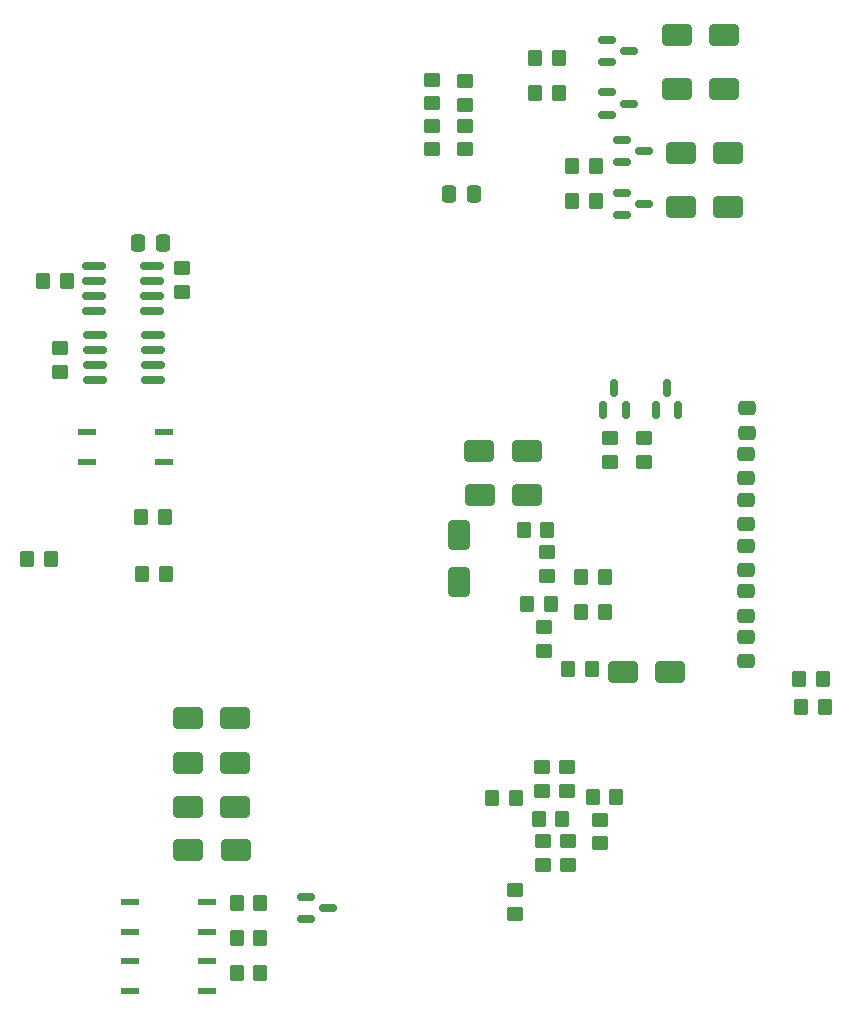
<source format=gbr>
%TF.GenerationSoftware,KiCad,Pcbnew,7.0.9*%
%TF.CreationDate,2024-01-03T22:11:43+05:30*%
%TF.ProjectId,BMS OPAMP,424d5320-4f50-4414-9d50-2e6b69636164,rev?*%
%TF.SameCoordinates,Original*%
%TF.FileFunction,Paste,Top*%
%TF.FilePolarity,Positive*%
%FSLAX46Y46*%
G04 Gerber Fmt 4.6, Leading zero omitted, Abs format (unit mm)*
G04 Created by KiCad (PCBNEW 7.0.9) date 2024-01-03 22:11:43*
%MOMM*%
%LPD*%
G01*
G04 APERTURE LIST*
G04 Aperture macros list*
%AMRoundRect*
0 Rectangle with rounded corners*
0 $1 Rounding radius*
0 $2 $3 $4 $5 $6 $7 $8 $9 X,Y pos of 4 corners*
0 Add a 4 corners polygon primitive as box body*
4,1,4,$2,$3,$4,$5,$6,$7,$8,$9,$2,$3,0*
0 Add four circle primitives for the rounded corners*
1,1,$1+$1,$2,$3*
1,1,$1+$1,$4,$5*
1,1,$1+$1,$6,$7*
1,1,$1+$1,$8,$9*
0 Add four rect primitives between the rounded corners*
20,1,$1+$1,$2,$3,$4,$5,0*
20,1,$1+$1,$4,$5,$6,$7,0*
20,1,$1+$1,$6,$7,$8,$9,0*
20,1,$1+$1,$8,$9,$2,$3,0*%
G04 Aperture macros list end*
%ADD10RoundRect,0.250000X0.450000X-0.350000X0.450000X0.350000X-0.450000X0.350000X-0.450000X-0.350000X0*%
%ADD11RoundRect,0.250000X-0.350000X-0.450000X0.350000X-0.450000X0.350000X0.450000X-0.350000X0.450000X0*%
%ADD12RoundRect,0.250000X-0.450000X0.350000X-0.450000X-0.350000X0.450000X-0.350000X0.450000X0.350000X0*%
%ADD13RoundRect,0.250000X-0.337500X-0.475000X0.337500X-0.475000X0.337500X0.475000X-0.337500X0.475000X0*%
%ADD14RoundRect,0.250000X0.475000X-0.337500X0.475000X0.337500X-0.475000X0.337500X-0.475000X-0.337500X0*%
%ADD15RoundRect,0.150000X-0.825000X-0.150000X0.825000X-0.150000X0.825000X0.150000X-0.825000X0.150000X0*%
%ADD16RoundRect,0.150000X-0.587500X-0.150000X0.587500X-0.150000X0.587500X0.150000X-0.587500X0.150000X0*%
%ADD17RoundRect,0.250000X0.350000X0.450000X-0.350000X0.450000X-0.350000X-0.450000X0.350000X-0.450000X0*%
%ADD18RoundRect,0.137500X-0.662500X-0.137500X0.662500X-0.137500X0.662500X0.137500X-0.662500X0.137500X0*%
%ADD19RoundRect,0.250000X-1.000000X-0.650000X1.000000X-0.650000X1.000000X0.650000X-1.000000X0.650000X0*%
%ADD20RoundRect,0.250000X1.000000X0.650000X-1.000000X0.650000X-1.000000X-0.650000X1.000000X-0.650000X0*%
%ADD21RoundRect,0.150000X0.150000X-0.587500X0.150000X0.587500X-0.150000X0.587500X-0.150000X-0.587500X0*%
%ADD22RoundRect,0.150000X0.825000X0.150000X-0.825000X0.150000X-0.825000X-0.150000X0.825000X-0.150000X0*%
%ADD23RoundRect,0.250000X0.650000X-1.000000X0.650000X1.000000X-0.650000X1.000000X-0.650000X-1.000000X0*%
G04 APERTURE END LIST*
D10*
%TO.C,R13*%
X78359000Y-92744800D03*
X78359000Y-90744800D03*
%TD*%
D11*
%TO.C,R1*%
X37090600Y-62738000D03*
X39090600Y-62738000D03*
%TD*%
%TO.C,R60*%
X80111000Y-20316400D03*
X82111000Y-20316400D03*
%TD*%
%TO.C,R7*%
X54803800Y-97746400D03*
X56803800Y-97746400D03*
%TD*%
%TO.C,R44*%
X83988400Y-64287400D03*
X85988400Y-64287400D03*
%TD*%
D10*
%TO.C,R4*%
X39827200Y-46872400D03*
X39827200Y-44872400D03*
%TD*%
D12*
%TO.C,R26*%
X82854800Y-86604600D03*
X82854800Y-88604600D03*
%TD*%
D13*
%TO.C,C14*%
X72799700Y-31826200D03*
X74874700Y-31826200D03*
%TD*%
D10*
%TO.C,R53*%
X71348000Y-28051000D03*
X71348000Y-26051000D03*
%TD*%
D14*
%TO.C,C5*%
X97891600Y-67534700D03*
X97891600Y-65459700D03*
%TD*%
D15*
%TO.C,U6*%
X42711600Y-37896800D03*
X42711600Y-39166800D03*
X42711600Y-40436800D03*
X42711600Y-41706800D03*
X47661600Y-41706800D03*
X47661600Y-40436800D03*
X47661600Y-39166800D03*
X47661600Y-37896800D03*
%TD*%
D10*
%TO.C,R41*%
X81102200Y-64169800D03*
X81102200Y-62169800D03*
%TD*%
D16*
%TO.C,Q7*%
X86183900Y-23210400D03*
X86183900Y-25110400D03*
X88058900Y-24160400D03*
%TD*%
D12*
%TO.C,R40*%
X80822800Y-68494400D03*
X80822800Y-70494400D03*
%TD*%
D11*
%TO.C,R11*%
X46802800Y-63957200D03*
X48802800Y-63957200D03*
%TD*%
D12*
%TO.C,R24*%
X80721200Y-86630000D03*
X80721200Y-88630000D03*
%TD*%
D11*
%TO.C,R51*%
X102444800Y-72847200D03*
X104444800Y-72847200D03*
%TD*%
D17*
%TO.C,R3*%
X40436800Y-39166800D03*
X38436800Y-39166800D03*
%TD*%
D18*
%TO.C,U1*%
X42141000Y-51968400D03*
X42141000Y-54508400D03*
X48641000Y-54508400D03*
X48641000Y-51968400D03*
%TD*%
D11*
%TO.C,R55*%
X83225800Y-32414000D03*
X85225800Y-32414000D03*
%TD*%
%TO.C,R39*%
X79111600Y-60248800D03*
X81111600Y-60248800D03*
%TD*%
D19*
%TO.C,D14*%
X92411200Y-32921800D03*
X96411200Y-32921800D03*
%TD*%
D20*
%TO.C,D3*%
X54705000Y-83693000D03*
X50705000Y-83693000D03*
%TD*%
D10*
%TO.C,R46*%
X86381800Y-54517800D03*
X86381800Y-52517800D03*
%TD*%
D12*
%TO.C,R58*%
X71348000Y-22148800D03*
X71348000Y-24148800D03*
%TD*%
D16*
%TO.C,Q1*%
X60682900Y-91302800D03*
X60682900Y-93202800D03*
X62557900Y-92252800D03*
%TD*%
D20*
%TO.C,D4*%
X54654200Y-76200000D03*
X50654200Y-76200000D03*
%TD*%
D17*
%TO.C,R38*%
X81416400Y-66522600D03*
X79416400Y-66522600D03*
%TD*%
%TO.C,R36*%
X84896200Y-72059800D03*
X82896200Y-72059800D03*
%TD*%
D21*
%TO.C,Q3*%
X90286800Y-50086500D03*
X92186800Y-50086500D03*
X91236800Y-48211500D03*
%TD*%
D14*
%TO.C,C4*%
X97917000Y-63673900D03*
X97917000Y-61598900D03*
%TD*%
D16*
%TO.C,Q4*%
X87428500Y-27244000D03*
X87428500Y-29144000D03*
X89303500Y-28194000D03*
%TD*%
D19*
%TO.C,D13*%
X92411200Y-28371800D03*
X96411200Y-28371800D03*
%TD*%
D16*
%TO.C,Q5*%
X87428500Y-31694000D03*
X87428500Y-33594000D03*
X89303500Y-32644000D03*
%TD*%
D22*
%TO.C,U7*%
X47763200Y-47602600D03*
X47763200Y-46332600D03*
X47763200Y-45062600D03*
X47763200Y-43792600D03*
X42813200Y-43792600D03*
X42813200Y-45062600D03*
X42813200Y-46332600D03*
X42813200Y-47602600D03*
%TD*%
D17*
%TO.C,R21*%
X86953600Y-82854800D03*
X84953600Y-82854800D03*
%TD*%
D11*
%TO.C,R6*%
X54803800Y-94796400D03*
X56803800Y-94796400D03*
%TD*%
%TO.C,R45*%
X83988400Y-67237400D03*
X85988400Y-67237400D03*
%TD*%
D10*
%TO.C,R47*%
X89331800Y-54517800D03*
X89331800Y-52517800D03*
%TD*%
D13*
%TO.C,C10*%
X46460500Y-35991800D03*
X48535500Y-35991800D03*
%TD*%
D20*
%TO.C,D1*%
X54705000Y-80010000D03*
X50705000Y-80010000D03*
%TD*%
D19*
%TO.C,D18*%
X92055600Y-22914200D03*
X96055600Y-22914200D03*
%TD*%
D12*
%TO.C,R8*%
X50139600Y-38116000D03*
X50139600Y-40116000D03*
%TD*%
%TO.C,R59*%
X74142000Y-22250400D03*
X74142000Y-24250400D03*
%TD*%
D16*
%TO.C,Q6*%
X86183900Y-18760400D03*
X86183900Y-20660400D03*
X88058900Y-19710400D03*
%TD*%
D11*
%TO.C,R54*%
X83225800Y-29464000D03*
X85225800Y-29464000D03*
%TD*%
D14*
%TO.C,C1*%
X98018600Y-52040700D03*
X98018600Y-49965700D03*
%TD*%
%TO.C,C2*%
X97942400Y-55876100D03*
X97942400Y-53801100D03*
%TD*%
D11*
%TO.C,R23*%
X76470000Y-82981800D03*
X78470000Y-82981800D03*
%TD*%
D19*
%TO.C,D17*%
X92055600Y-18364200D03*
X96055600Y-18364200D03*
%TD*%
D20*
%TO.C,D20*%
X91509600Y-72288400D03*
X87509600Y-72288400D03*
%TD*%
D10*
%TO.C,R22*%
X85547200Y-86801200D03*
X85547200Y-84801200D03*
%TD*%
D19*
%TO.C,D6*%
X75368400Y-53568600D03*
X79368400Y-53568600D03*
%TD*%
D11*
%TO.C,R50*%
X102606600Y-75260200D03*
X104606600Y-75260200D03*
%TD*%
D14*
%TO.C,C6*%
X97891600Y-71395500D03*
X97891600Y-69320500D03*
%TD*%
D21*
%TO.C,Q2*%
X85836800Y-50086500D03*
X87736800Y-50086500D03*
X86786800Y-48211500D03*
%TD*%
D20*
%TO.C,D2*%
X54730400Y-87401400D03*
X50730400Y-87401400D03*
%TD*%
D18*
%TO.C,U2*%
X45772000Y-91744800D03*
X45772000Y-94284800D03*
X52272000Y-94284800D03*
X52272000Y-91744800D03*
%TD*%
D11*
%TO.C,R20*%
X80391000Y-84709000D03*
X82391000Y-84709000D03*
%TD*%
D10*
%TO.C,R27*%
X80619600Y-82356200D03*
X80619600Y-80356200D03*
%TD*%
%TO.C,R25*%
X82778600Y-82330800D03*
X82778600Y-80330800D03*
%TD*%
D23*
%TO.C,D19*%
X73634600Y-64661800D03*
X73634600Y-60661800D03*
%TD*%
D18*
%TO.C,U4*%
X45797400Y-96799400D03*
X45797400Y-99339400D03*
X52297400Y-99339400D03*
X52297400Y-96799400D03*
%TD*%
D10*
%TO.C,R52*%
X74116600Y-28051000D03*
X74116600Y-26051000D03*
%TD*%
D14*
%TO.C,C3*%
X97942400Y-59787700D03*
X97942400Y-57712700D03*
%TD*%
D11*
%TO.C,R5*%
X54803800Y-91846400D03*
X56803800Y-91846400D03*
%TD*%
%TO.C,R61*%
X80111000Y-23266400D03*
X82111000Y-23266400D03*
%TD*%
D17*
%TO.C,R10*%
X48726600Y-59131200D03*
X46726600Y-59131200D03*
%TD*%
D19*
%TO.C,D5*%
X75419200Y-57277000D03*
X79419200Y-57277000D03*
%TD*%
M02*

</source>
